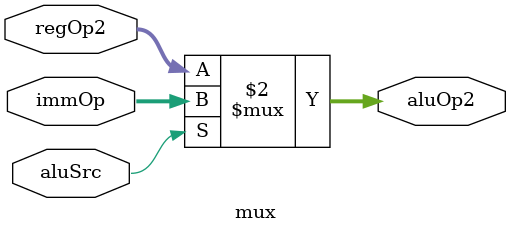
<source format=sv>
module mux(
    input logic [31:0] regOp2,
    input logic [31:0] immOp,
    input logic aluSrc,
    output logic [31:0] aluOp2
);

    always_comb
        aluOp2 = aluSrc ? immOp : regOp2;
        

endmodule

</source>
